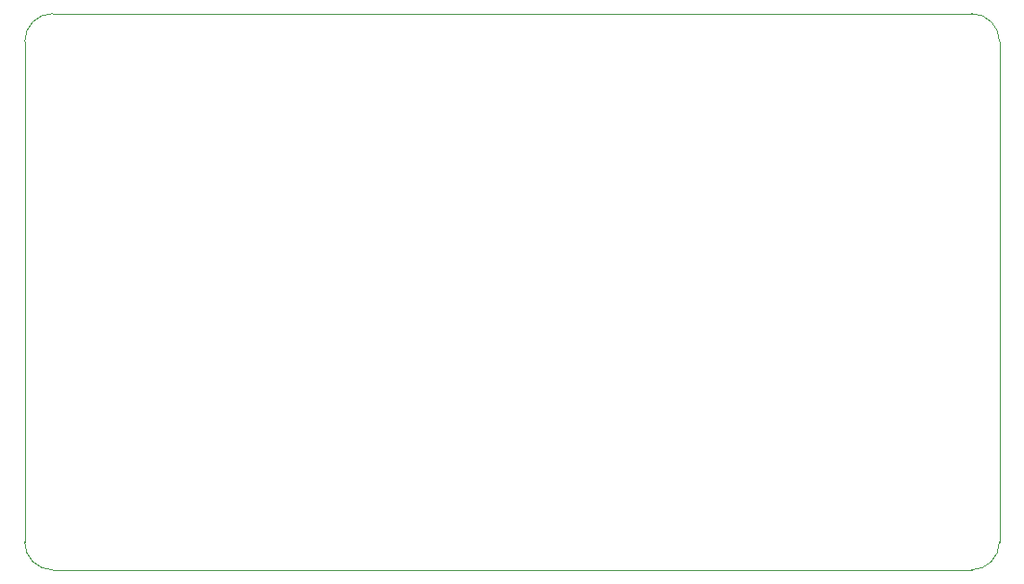
<source format=gbr>
%TF.GenerationSoftware,KiCad,Pcbnew,8.0.1*%
%TF.CreationDate,2024-04-04T11:53:41-04:00*%
%TF.ProjectId,PCB_Business_Card,5043425f-4275-4736-996e-6573735f4361,0*%
%TF.SameCoordinates,Original*%
%TF.FileFunction,Profile,NP*%
%FSLAX46Y46*%
G04 Gerber Fmt 4.6, Leading zero omitted, Abs format (unit mm)*
G04 Created by KiCad (PCBNEW 8.0.1) date 2024-04-04 11:53:41*
%MOMM*%
%LPD*%
G01*
G04 APERTURE LIST*
%TA.AperFunction,Profile*%
%ADD10C,0.050000*%
%TD*%
G04 APERTURE END LIST*
D10*
X175260000Y-63500000D02*
X91440000Y-63500000D01*
X91440000Y-114300000D02*
X175260000Y-114300000D01*
X88900000Y-66040000D02*
G75*
G02*
X91440000Y-63500000I2540000J0D01*
G01*
X88900000Y-66040000D02*
X88900000Y-111760000D01*
X175260000Y-63500000D02*
G75*
G02*
X177800000Y-66040000I0J-2540000D01*
G01*
X177800000Y-111760000D02*
G75*
G02*
X175260000Y-114300000I-2540000J0D01*
G01*
X177800000Y-111760000D02*
X177800000Y-66040000D01*
X91440000Y-114300000D02*
G75*
G02*
X88900000Y-111760000I0J2540000D01*
G01*
M02*

</source>
